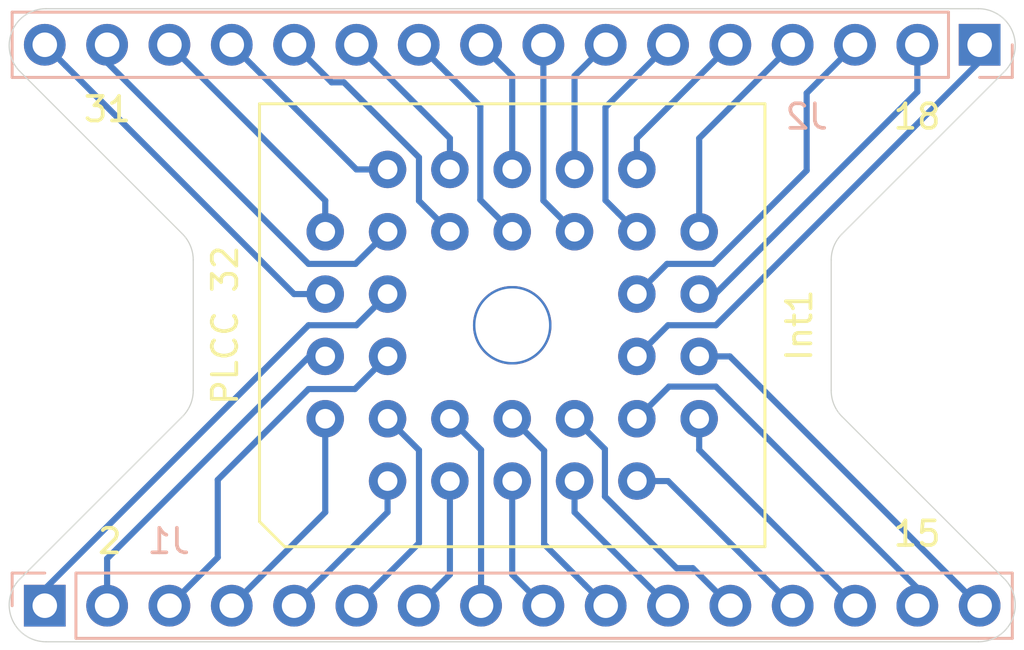
<source format=kicad_pcb>
(kicad_pcb (version 20171130) (host pcbnew 5.1.4+dfsg1-1)

  (general
    (thickness 1.6)
    (drawings 21)
    (tracks 101)
    (zones 0)
    (modules 3)
    (nets 33)
  )

  (page A4)
  (layers
    (0 F.Cu signal)
    (31 B.Cu signal)
    (32 B.Adhes user)
    (33 F.Adhes user)
    (34 B.Paste user)
    (35 F.Paste user)
    (36 B.SilkS user)
    (37 F.SilkS user)
    (38 B.Mask user)
    (39 F.Mask user)
    (40 Dwgs.User user hide)
    (41 Cmts.User user)
    (42 Eco1.User user)
    (43 Eco2.User user)
    (44 Edge.Cuts user)
    (45 Margin user)
    (46 B.CrtYd user hide)
    (47 F.CrtYd user hide)
    (48 B.Fab user)
    (49 F.Fab user)
  )

  (setup
    (last_trace_width 0.25)
    (trace_clearance 0.2)
    (zone_clearance 0.508)
    (zone_45_only no)
    (trace_min 0.2)
    (via_size 0.8)
    (via_drill 0.4)
    (via_min_size 0.4)
    (via_min_drill 0.3)
    (uvia_size 0.3)
    (uvia_drill 0.1)
    (uvias_allowed no)
    (uvia_min_size 0.2)
    (uvia_min_drill 0.1)
    (edge_width 0.05)
    (segment_width 0.2)
    (pcb_text_width 0.3)
    (pcb_text_size 1.5 1.5)
    (mod_edge_width 0.12)
    (mod_text_size 1 1)
    (mod_text_width 0.15)
    (pad_size 1.524 1.524)
    (pad_drill 0.762)
    (pad_to_mask_clearance 0.051)
    (solder_mask_min_width 0.25)
    (aux_axis_origin 0 0)
    (visible_elements FFFFFF7F)
    (pcbplotparams
      (layerselection 0x010f0_ffffffff)
      (usegerberextensions false)
      (usegerberattributes false)
      (usegerberadvancedattributes false)
      (creategerberjobfile false)
      (excludeedgelayer true)
      (linewidth 0.100000)
      (plotframeref false)
      (viasonmask false)
      (mode 1)
      (useauxorigin false)
      (hpglpennumber 1)
      (hpglpenspeed 20)
      (hpglpendiameter 15.000000)
      (psnegative false)
      (psa4output false)
      (plotreference true)
      (plotvalue false)
      (plotinvisibletext false)
      (padsonsilk false)
      (subtractmaskfromsilk false)
      (outputformat 1)
      (mirror false)
      (drillshape 0)
      (scaleselection 1)
      (outputdirectory "PLCC32-Gerbs/"))
  )

  (net 0 "")
  (net 1 "Net-(Int1-Pad32)")
  (net 2 "Net-(Int1-Pad31)")
  (net 3 "Net-(Int1-Pad30)")
  (net 4 "Net-(Int1-Pad29)")
  (net 5 "Net-(Int1-Pad28)")
  (net 6 "Net-(Int1-Pad27)")
  (net 7 "Net-(Int1-Pad26)")
  (net 8 "Net-(Int1-Pad25)")
  (net 9 "Net-(Int1-Pad24)")
  (net 10 "Net-(Int1-Pad23)")
  (net 11 "Net-(Int1-Pad22)")
  (net 12 "Net-(Int1-Pad21)")
  (net 13 "Net-(Int1-Pad20)")
  (net 14 "Net-(Int1-Pad19)")
  (net 15 "Net-(Int1-Pad18)")
  (net 16 "Net-(Int1-Pad17)")
  (net 17 "Net-(Int1-Pad16)")
  (net 18 "Net-(Int1-Pad15)")
  (net 19 "Net-(Int1-Pad14)")
  (net 20 "Net-(Int1-Pad13)")
  (net 21 "Net-(Int1-Pad12)")
  (net 22 "Net-(Int1-Pad11)")
  (net 23 "Net-(Int1-Pad10)")
  (net 24 "Net-(Int1-Pad9)")
  (net 25 "Net-(Int1-Pad8)")
  (net 26 "Net-(Int1-Pad7)")
  (net 27 "Net-(Int1-Pad6)")
  (net 28 "Net-(Int1-Pad5)")
  (net 29 "Net-(Int1-Pad4)")
  (net 30 "Net-(Int1-Pad3)")
  (net 31 "Net-(Int1-Pad2)")
  (net 32 "Net-(Int1-Pad1)")

  (net_class Default "This is the default net class."
    (clearance 0.2)
    (trace_width 0.25)
    (via_dia 0.8)
    (via_drill 0.4)
    (uvia_dia 0.3)
    (uvia_drill 0.1)
    (add_net "Net-(Int1-Pad1)")
    (add_net "Net-(Int1-Pad10)")
    (add_net "Net-(Int1-Pad11)")
    (add_net "Net-(Int1-Pad12)")
    (add_net "Net-(Int1-Pad13)")
    (add_net "Net-(Int1-Pad14)")
    (add_net "Net-(Int1-Pad15)")
    (add_net "Net-(Int1-Pad16)")
    (add_net "Net-(Int1-Pad17)")
    (add_net "Net-(Int1-Pad18)")
    (add_net "Net-(Int1-Pad19)")
    (add_net "Net-(Int1-Pad2)")
    (add_net "Net-(Int1-Pad20)")
    (add_net "Net-(Int1-Pad21)")
    (add_net "Net-(Int1-Pad22)")
    (add_net "Net-(Int1-Pad23)")
    (add_net "Net-(Int1-Pad24)")
    (add_net "Net-(Int1-Pad25)")
    (add_net "Net-(Int1-Pad26)")
    (add_net "Net-(Int1-Pad27)")
    (add_net "Net-(Int1-Pad28)")
    (add_net "Net-(Int1-Pad29)")
    (add_net "Net-(Int1-Pad3)")
    (add_net "Net-(Int1-Pad30)")
    (add_net "Net-(Int1-Pad31)")
    (add_net "Net-(Int1-Pad32)")
    (add_net "Net-(Int1-Pad4)")
    (add_net "Net-(Int1-Pad5)")
    (add_net "Net-(Int1-Pad6)")
    (add_net "Net-(Int1-Pad7)")
    (add_net "Net-(Int1-Pad8)")
    (add_net "Net-(Int1-Pad9)")
  )

  (module Connector_PinHeader_2.54mm:PinHeader_1x16_P2.54mm_Vertical (layer B.Cu) (tedit 59FED5CC) (tstamp 5F14BF1C)
    (at 119.05 88.57 90)
    (descr "Through hole straight pin header, 1x16, 2.54mm pitch, single row")
    (tags "Through hole pin header THT 1x16 2.54mm single row")
    (path /5F1C983A)
    (fp_text reference J2 (at -2.93 -7.05 180) (layer B.SilkS)
      (effects (font (size 1 1) (thickness 0.15)) (justify mirror))
    )
    (fp_text value Conn_01x16_Male (at 0 -40.43 270) (layer B.Fab) hide
      (effects (font (size 1 1) (thickness 0.15)) (justify mirror))
    )
    (fp_text user %R (at 0 -19.05) (layer B.Fab) hide
      (effects (font (size 1 1) (thickness 0.15)) (justify mirror))
    )
    (fp_line (start 1.8 1.8) (end -1.8 1.8) (layer B.CrtYd) (width 0.05))
    (fp_line (start 1.8 -39.9) (end 1.8 1.8) (layer B.CrtYd) (width 0.05))
    (fp_line (start -1.8 -39.9) (end 1.8 -39.9) (layer B.CrtYd) (width 0.05))
    (fp_line (start -1.8 1.8) (end -1.8 -39.9) (layer B.CrtYd) (width 0.05))
    (fp_line (start -1.33 1.33) (end 0 1.33) (layer B.SilkS) (width 0.12))
    (fp_line (start -1.33 0) (end -1.33 1.33) (layer B.SilkS) (width 0.12))
    (fp_line (start -1.33 -1.27) (end 1.33 -1.27) (layer B.SilkS) (width 0.12))
    (fp_line (start 1.33 -1.27) (end 1.33 -39.43) (layer B.SilkS) (width 0.12))
    (fp_line (start -1.33 -1.27) (end -1.33 -39.43) (layer B.SilkS) (width 0.12))
    (fp_line (start -1.33 -39.43) (end 1.33 -39.43) (layer B.SilkS) (width 0.12))
    (fp_line (start -1.27 0.635) (end -0.635 1.27) (layer B.Fab) (width 0.1))
    (fp_line (start -1.27 -39.37) (end -1.27 0.635) (layer B.Fab) (width 0.1))
    (fp_line (start 1.27 -39.37) (end -1.27 -39.37) (layer B.Fab) (width 0.1))
    (fp_line (start 1.27 1.27) (end 1.27 -39.37) (layer B.Fab) (width 0.1))
    (fp_line (start -0.635 1.27) (end 1.27 1.27) (layer B.Fab) (width 0.1))
    (pad 16 thru_hole oval (at 0 -38.1 90) (size 1.7 1.7) (drill 1) (layers *.Cu *.Mask)
      (net 1 "Net-(Int1-Pad32)"))
    (pad 15 thru_hole oval (at 0 -35.56 90) (size 1.7 1.7) (drill 1) (layers *.Cu *.Mask)
      (net 2 "Net-(Int1-Pad31)"))
    (pad 14 thru_hole oval (at 0 -33.02 90) (size 1.7 1.7) (drill 1) (layers *.Cu *.Mask)
      (net 3 "Net-(Int1-Pad30)"))
    (pad 13 thru_hole oval (at 0 -30.48 90) (size 1.7 1.7) (drill 1) (layers *.Cu *.Mask)
      (net 4 "Net-(Int1-Pad29)"))
    (pad 12 thru_hole oval (at 0 -27.94 90) (size 1.7 1.7) (drill 1) (layers *.Cu *.Mask)
      (net 5 "Net-(Int1-Pad28)"))
    (pad 11 thru_hole oval (at 0 -25.4 90) (size 1.7 1.7) (drill 1) (layers *.Cu *.Mask)
      (net 6 "Net-(Int1-Pad27)"))
    (pad 10 thru_hole oval (at 0 -22.86 90) (size 1.7 1.7) (drill 1) (layers *.Cu *.Mask)
      (net 7 "Net-(Int1-Pad26)"))
    (pad 9 thru_hole oval (at 0 -20.32 90) (size 1.7 1.7) (drill 1) (layers *.Cu *.Mask)
      (net 8 "Net-(Int1-Pad25)"))
    (pad 8 thru_hole oval (at 0 -17.78 90) (size 1.7 1.7) (drill 1) (layers *.Cu *.Mask)
      (net 9 "Net-(Int1-Pad24)"))
    (pad 7 thru_hole oval (at 0 -15.24 90) (size 1.7 1.7) (drill 1) (layers *.Cu *.Mask)
      (net 10 "Net-(Int1-Pad23)"))
    (pad 6 thru_hole oval (at 0 -12.7 90) (size 1.7 1.7) (drill 1) (layers *.Cu *.Mask)
      (net 11 "Net-(Int1-Pad22)"))
    (pad 5 thru_hole oval (at 0 -10.16 90) (size 1.7 1.7) (drill 1) (layers *.Cu *.Mask)
      (net 12 "Net-(Int1-Pad21)"))
    (pad 4 thru_hole oval (at 0 -7.62 90) (size 1.7 1.7) (drill 1) (layers *.Cu *.Mask)
      (net 13 "Net-(Int1-Pad20)"))
    (pad 3 thru_hole oval (at 0 -5.08 90) (size 1.7 1.7) (drill 1) (layers *.Cu *.Mask)
      (net 14 "Net-(Int1-Pad19)"))
    (pad 2 thru_hole oval (at 0 -2.54 90) (size 1.7 1.7) (drill 1) (layers *.Cu *.Mask)
      (net 15 "Net-(Int1-Pad18)"))
    (pad 1 thru_hole rect (at 0 0 90) (size 1.7 1.7) (drill 1) (layers *.Cu *.Mask)
      (net 16 "Net-(Int1-Pad17)"))
    (model ${KISYS3DMOD}/Connector_PinHeader_2.54mm.3dshapes/PinHeader_1x16_P2.54mm_Vertical.wrl
      (at (xyz 0 0 0))
      (scale (xyz 1 1 1))
      (rotate (xyz 0 0 0))
    )
  )

  (module Connector_PinHeader_2.54mm:PinHeader_1x16_P2.54mm_Vertical (layer B.Cu) (tedit 59FED5CC) (tstamp 5F187C78)
    (at 80.95 111.43 270)
    (descr "Through hole straight pin header, 1x16, 2.54mm pitch, single row")
    (tags "Through hole pin header THT 1x16 2.54mm single row")
    (path /5F1C855B)
    (fp_text reference J1 (at -2.63 -5.05 180) (layer B.SilkS)
      (effects (font (size 1 1) (thickness 0.15)) (justify mirror))
    )
    (fp_text value Conn_01x16_Male (at 0 -40.43 270) (layer B.Fab) hide
      (effects (font (size 1 1) (thickness 0.15)) (justify mirror))
    )
    (fp_text user %R (at 0 -19.05) (layer B.Fab) hide
      (effects (font (size 1 1) (thickness 0.15)) (justify mirror))
    )
    (fp_line (start 1.8 1.8) (end -1.8 1.8) (layer B.CrtYd) (width 0.05))
    (fp_line (start 1.8 -39.9) (end 1.8 1.8) (layer B.CrtYd) (width 0.05))
    (fp_line (start -1.8 -39.9) (end 1.8 -39.9) (layer B.CrtYd) (width 0.05))
    (fp_line (start -1.8 1.8) (end -1.8 -39.9) (layer B.CrtYd) (width 0.05))
    (fp_line (start -1.33 1.33) (end 0 1.33) (layer B.SilkS) (width 0.12))
    (fp_line (start -1.33 0) (end -1.33 1.33) (layer B.SilkS) (width 0.12))
    (fp_line (start -1.33 -1.27) (end 1.33 -1.27) (layer B.SilkS) (width 0.12))
    (fp_line (start 1.33 -1.27) (end 1.33 -39.43) (layer B.SilkS) (width 0.12))
    (fp_line (start -1.33 -1.27) (end -1.33 -39.43) (layer B.SilkS) (width 0.12))
    (fp_line (start -1.33 -39.43) (end 1.33 -39.43) (layer B.SilkS) (width 0.12))
    (fp_line (start -1.27 0.635) (end -0.635 1.27) (layer B.Fab) (width 0.1))
    (fp_line (start -1.27 -39.37) (end -1.27 0.635) (layer B.Fab) (width 0.1))
    (fp_line (start 1.27 -39.37) (end -1.27 -39.37) (layer B.Fab) (width 0.1))
    (fp_line (start 1.27 1.27) (end 1.27 -39.37) (layer B.Fab) (width 0.1))
    (fp_line (start -0.635 1.27) (end 1.27 1.27) (layer B.Fab) (width 0.1))
    (pad 16 thru_hole oval (at 0 -38.1 270) (size 1.7 1.7) (drill 1) (layers *.Cu *.Mask)
      (net 17 "Net-(Int1-Pad16)"))
    (pad 15 thru_hole oval (at 0 -35.56 270) (size 1.7 1.7) (drill 1) (layers *.Cu *.Mask)
      (net 18 "Net-(Int1-Pad15)"))
    (pad 14 thru_hole oval (at 0 -33.02 270) (size 1.7 1.7) (drill 1) (layers *.Cu *.Mask)
      (net 19 "Net-(Int1-Pad14)"))
    (pad 13 thru_hole oval (at 0 -30.48 270) (size 1.7 1.7) (drill 1) (layers *.Cu *.Mask)
      (net 20 "Net-(Int1-Pad13)"))
    (pad 12 thru_hole oval (at 0 -27.94 270) (size 1.7 1.7) (drill 1) (layers *.Cu *.Mask)
      (net 21 "Net-(Int1-Pad12)"))
    (pad 11 thru_hole oval (at 0 -25.4 270) (size 1.7 1.7) (drill 1) (layers *.Cu *.Mask)
      (net 22 "Net-(Int1-Pad11)"))
    (pad 10 thru_hole oval (at 0 -22.86 270) (size 1.7 1.7) (drill 1) (layers *.Cu *.Mask)
      (net 23 "Net-(Int1-Pad10)"))
    (pad 9 thru_hole oval (at 0 -20.32 270) (size 1.7 1.7) (drill 1) (layers *.Cu *.Mask)
      (net 24 "Net-(Int1-Pad9)"))
    (pad 8 thru_hole oval (at 0 -17.78 270) (size 1.7 1.7) (drill 1) (layers *.Cu *.Mask)
      (net 25 "Net-(Int1-Pad8)"))
    (pad 7 thru_hole oval (at 0 -15.24 270) (size 1.7 1.7) (drill 1) (layers *.Cu *.Mask)
      (net 26 "Net-(Int1-Pad7)"))
    (pad 6 thru_hole oval (at 0 -12.7 270) (size 1.7 1.7) (drill 1) (layers *.Cu *.Mask)
      (net 27 "Net-(Int1-Pad6)"))
    (pad 5 thru_hole oval (at 0 -10.16 270) (size 1.7 1.7) (drill 1) (layers *.Cu *.Mask)
      (net 28 "Net-(Int1-Pad5)"))
    (pad 4 thru_hole oval (at 0 -7.62 270) (size 1.7 1.7) (drill 1) (layers *.Cu *.Mask)
      (net 29 "Net-(Int1-Pad4)"))
    (pad 3 thru_hole oval (at 0 -5.08 270) (size 1.7 1.7) (drill 1) (layers *.Cu *.Mask)
      (net 30 "Net-(Int1-Pad3)"))
    (pad 2 thru_hole oval (at 0 -2.54 270) (size 1.7 1.7) (drill 1) (layers *.Cu *.Mask)
      (net 31 "Net-(Int1-Pad2)"))
    (pad 1 thru_hole rect (at 0 0 270) (size 1.7 1.7) (drill 1) (layers *.Cu *.Mask)
      (net 32 "Net-(Int1-Pad1)"))
    (model ${KISYS3DMOD}/Connector_PinHeader_2.54mm.3dshapes/PinHeader_1x16_P2.54mm_Vertical.wrl
      (at (xyz 0 0 0))
      (scale (xyz 1 1 1))
      (rotate (xyz 0 0 0))
    )
  )

  (module Socket:PLCC-Socket-32 (layer F.Cu) (tedit 5F1413DD) (tstamp 5F14C7B7)
    (at 100 100 90)
    (descr "ASSMANN 32-pin PLCC socket, through-hole, http://www.assmann-wsw.com/fileadmin/datasheets/ASS_7007_CO.pdf")
    (tags "THT PLCC Socket")
    (path /5F1CBDEB)
    (fp_text reference Int1 (at 0 11.7 90) (layer F.SilkS)
      (effects (font (size 1 1) (thickness 0.15)))
    )
    (fp_text value 32-pin-Interface (at 0 -9.2 90) (layer F.Fab) hide
      (effects (font (size 1 1) (thickness 0.15)))
    )
    (fp_line (start 3.81 -5.08) (end -3.81 -5.08) (layer Dwgs.User) (width 0.12))
    (fp_line (start 3.81 5.08) (end 3.81 -5.08) (layer Dwgs.User) (width 0.12))
    (fp_line (start -3.81 5.08) (end 3.81 5.08) (layer Dwgs.User) (width 0.12))
    (fp_line (start -3.81 -5.08) (end -3.81 5.08) (layer Dwgs.User) (width 0.12))
    (fp_line (start -8 -10.3) (end -9.025 -9.275) (layer F.SilkS) (width 0.12))
    (fp_line (start 9.025 10.3) (end 9.025 -10.3) (layer F.SilkS) (width 0.12))
    (fp_line (start -9.025 10.3) (end 9.025 10.3) (layer F.SilkS) (width 0.12))
    (fp_line (start -9.025 -9.275) (end -9.025 10.3) (layer F.SilkS) (width 0.12))
    (fp_line (start 9.025 -10.3) (end -8 -10.3) (layer F.SilkS) (width 0.12))
    (pad "" np_thru_hole circle (at 0 0 90) (size 3.2 3.2) (drill 3) (layers *.Cu *.Mask))
    (pad 32 thru_hole circle (at 1.27 -7.62 90) (size 1.524 1.524) (drill 0.8) (layers *.Cu *.Mask)
      (net 1 "Net-(Int1-Pad32)"))
    (pad 31 thru_hole circle (at 3.81 -5.08 90) (size 1.524 1.524) (drill 0.8) (layers *.Cu *.Mask)
      (net 2 "Net-(Int1-Pad31)"))
    (pad 30 thru_hole circle (at 3.81 -7.62 90) (size 1.524 1.524) (drill 0.8) (layers *.Cu *.Mask)
      (net 3 "Net-(Int1-Pad30)"))
    (pad 29 thru_hole circle (at 6.35 -5.08 90) (size 1.524 1.524) (drill 0.8) (layers *.Cu *.Mask)
      (net 4 "Net-(Int1-Pad29)"))
    (pad 28 thru_hole circle (at 3.81 -2.54 90) (size 1.524 1.524) (drill 0.8) (layers *.Cu *.Mask)
      (net 5 "Net-(Int1-Pad28)"))
    (pad 27 thru_hole circle (at 6.35 -2.54 90) (size 1.524 1.524) (drill 0.8) (layers *.Cu *.Mask)
      (net 6 "Net-(Int1-Pad27)"))
    (pad 26 thru_hole circle (at 3.81 0 90) (size 1.524 1.524) (drill 0.8) (layers *.Cu *.Mask)
      (net 7 "Net-(Int1-Pad26)"))
    (pad 25 thru_hole circle (at 6.35 0 90) (size 1.524 1.524) (drill 0.8) (layers *.Cu *.Mask)
      (net 8 "Net-(Int1-Pad25)"))
    (pad 24 thru_hole circle (at 3.81 2.54 90) (size 1.524 1.524) (drill 0.8) (layers *.Cu *.Mask)
      (net 9 "Net-(Int1-Pad24)"))
    (pad 23 thru_hole circle (at 6.35 2.54 90) (size 1.524 1.524) (drill 0.8) (layers *.Cu *.Mask)
      (net 10 "Net-(Int1-Pad23)"))
    (pad 22 thru_hole circle (at 3.81 5.08 90) (size 1.524 1.524) (drill 0.8) (layers *.Cu *.Mask)
      (net 11 "Net-(Int1-Pad22)"))
    (pad 21 thru_hole circle (at 6.35 5.08 90) (size 1.524 1.524) (drill 0.8) (layers *.Cu *.Mask)
      (net 12 "Net-(Int1-Pad21)"))
    (pad 20 thru_hole circle (at 3.81 7.62 90) (size 1.524 1.524) (drill 0.8) (layers *.Cu *.Mask)
      (net 13 "Net-(Int1-Pad20)"))
    (pad 19 thru_hole circle (at 1.27 5.08 90) (size 1.524 1.524) (drill 0.8) (layers *.Cu *.Mask)
      (net 14 "Net-(Int1-Pad19)"))
    (pad 18 thru_hole circle (at 1.27 7.62 90) (size 1.524 1.524) (drill 0.8) (layers *.Cu *.Mask)
      (net 15 "Net-(Int1-Pad18)"))
    (pad 17 thru_hole circle (at -1.27 5.08 90) (size 1.524 1.524) (drill 0.8) (layers *.Cu *.Mask)
      (net 16 "Net-(Int1-Pad17)"))
    (pad 16 thru_hole circle (at -1.27 7.62 90) (size 1.524 1.524) (drill 0.8) (layers *.Cu *.Mask)
      (net 17 "Net-(Int1-Pad16)"))
    (pad 15 thru_hole circle (at -3.81 5.08 90) (size 1.524 1.524) (drill 0.8) (layers *.Cu *.Mask)
      (net 18 "Net-(Int1-Pad15)"))
    (pad 14 thru_hole circle (at -3.81 7.62 90) (size 1.524 1.524) (drill 0.8) (layers *.Cu *.Mask)
      (net 19 "Net-(Int1-Pad14)"))
    (pad 13 thru_hole circle (at -6.35 5.08 90) (size 1.524 1.524) (drill 0.8) (layers *.Cu *.Mask)
      (net 20 "Net-(Int1-Pad13)"))
    (pad 12 thru_hole circle (at -3.81 2.54 90) (size 1.524 1.524) (drill 0.8) (layers *.Cu *.Mask)
      (net 21 "Net-(Int1-Pad12)"))
    (pad 11 thru_hole circle (at -6.35 2.54 90) (size 1.524 1.524) (drill 0.8) (layers *.Cu *.Mask)
      (net 22 "Net-(Int1-Pad11)"))
    (pad 10 thru_hole circle (at -3.81 0 90) (size 1.524 1.524) (drill 0.8) (layers *.Cu *.Mask)
      (net 23 "Net-(Int1-Pad10)"))
    (pad 9 thru_hole circle (at -6.35 0 90) (size 1.524 1.524) (drill 0.8) (layers *.Cu *.Mask)
      (net 24 "Net-(Int1-Pad9)"))
    (pad 8 thru_hole circle (at -3.81 -2.54 90) (size 1.524 1.524) (drill 0.8) (layers *.Cu *.Mask)
      (net 25 "Net-(Int1-Pad8)"))
    (pad 7 thru_hole circle (at -6.35 -2.54 90) (size 1.524 1.524) (drill 0.8) (layers *.Cu *.Mask)
      (net 26 "Net-(Int1-Pad7)"))
    (pad 6 thru_hole circle (at -3.81 -5.08 90) (size 1.524 1.524) (drill 0.8) (layers *.Cu *.Mask)
      (net 27 "Net-(Int1-Pad6)"))
    (pad 5 thru_hole circle (at -6.35 -5.08 90) (size 1.524 1.524) (drill 0.8) (layers *.Cu *.Mask)
      (net 28 "Net-(Int1-Pad5)"))
    (pad 4 thru_hole circle (at -3.81 -7.62 90) (size 1.524 1.524) (drill 0.8) (layers *.Cu *.Mask)
      (net 29 "Net-(Int1-Pad4)"))
    (pad 3 thru_hole circle (at -1.27 -5.08 90) (size 1.524 1.524) (drill 0.8) (layers *.Cu *.Mask)
      (net 30 "Net-(Int1-Pad3)"))
    (pad 2 thru_hole circle (at -1.27 -7.62 90) (size 1.524 1.524) (drill 0.8) (layers *.Cu *.Mask)
      (net 31 "Net-(Int1-Pad2)"))
    (pad 1 thru_hole circle (at 1.27 -5.08 90) (size 1.524 1.524) (drill 0.8) (layers *.Cu *.Mask)
      (net 32 "Net-(Int1-Pad1)"))
  )

  (gr_arc (start 114.5 97.34) (end 113 97.34) (angle 45) (layer Edge.Cuts) (width 0.05) (tstamp 5F18FBCB))
  (gr_arc (start 114.5 102.66) (end 113 102.66) (angle -45) (layer Edge.Cuts) (width 0.05))
  (gr_arc (start 85.5 97.34) (end 87 97.34) (angle -45) (layer Edge.Cuts) (width 0.05))
  (gr_arc (start 85.5 102.66) (end 87 102.66) (angle 45) (layer Edge.Cuts) (width 0.05))
  (gr_line (start 81 112.9) (end 119 112.9) (layer Edge.Cuts) (width 0.05) (tstamp 5F14C8E1))
  (gr_line (start 79.93934 110.33934) (end 86.56066 103.72066) (layer Edge.Cuts) (width 0.05))
  (gr_line (start 87 97.34) (end 87 102.66) (layer Edge.Cuts) (width 0.05))
  (gr_line (start 79.93934 89.66066) (end 86.56066 96.27934) (layer Edge.Cuts) (width 0.05))
  (gr_line (start 113.43934 96.27934) (end 120.06066 89.66066) (layer Edge.Cuts) (width 0.05))
  (gr_line (start 113 102.66) (end 113 97.34) (layer Edge.Cuts) (width 0.05))
  (gr_line (start 113.43934 103.72066) (end 120.06066 110.33934) (layer Edge.Cuts) (width 0.05))
  (gr_line (start 81 87.1) (end 119 87.1) (layer Edge.Cuts) (width 0.05) (tstamp 5F14C8D7))
  (gr_arc (start 81 111.4) (end 81 112.9) (angle 135) (layer Edge.Cuts) (width 0.05))
  (gr_arc (start 119 111.4) (end 119 112.9) (angle -135) (layer Edge.Cuts) (width 0.05))
  (gr_arc (start 119 88.6) (end 119 87.1) (angle 135) (layer Edge.Cuts) (width 0.05))
  (gr_arc (start 81 88.6) (end 81 87.1) (angle -135) (layer Edge.Cuts) (width 0.05))
  (gr_text "PLCC 32" (at 88.3 100 90) (layer F.SilkS)
    (effects (font (size 1 1) (thickness 0.15)))
  )
  (gr_text 31 (at 83.5 91.2) (layer F.SilkS) (tstamp 5F14C81E)
    (effects (font (size 1 1) (thickness 0.15)))
  )
  (gr_text 18 (at 116.5 91.5) (layer F.SilkS)
    (effects (font (size 1 1) (thickness 0.15)))
  )
  (gr_text 15 (at 116.5 108.5) (layer F.SilkS)
    (effects (font (size 1 1) (thickness 0.15)))
  )
  (gr_text 2 (at 83.6 108.8) (layer F.SilkS)
    (effects (font (size 1 1) (thickness 0.15)))
  )

  (segment (start 81.799999 89.419999) (end 80.95 88.57) (width 0.25) (layer B.Cu) (net 1))
  (segment (start 92.38 98.73) (end 91.11 98.73) (width 0.25) (layer B.Cu) (net 1))
  (segment (start 91.11 98.73) (end 81.799999 89.419999) (width 0.25) (layer B.Cu) (net 1))
  (segment (start 83.49 89.29) (end 83.49 88.57) (width 0.25) (layer B.Cu) (net 2))
  (segment (start 94.92 96.19) (end 93.61 97.5) (width 0.25) (layer B.Cu) (net 2))
  (segment (start 91.7 97.5) (end 83.49 89.29) (width 0.25) (layer B.Cu) (net 2))
  (segment (start 93.61 97.5) (end 91.7 97.5) (width 0.25) (layer B.Cu) (net 2))
  (segment (start 92.38 94.92) (end 86.03 88.57) (width 0.25) (layer B.Cu) (net 3))
  (segment (start 92.38 96.19) (end 92.38 94.92) (width 0.25) (layer B.Cu) (net 3))
  (segment (start 89.419999 89.419999) (end 88.57 88.57) (width 0.25) (layer B.Cu) (net 4))
  (segment (start 94.92 93.65) (end 93.65 93.65) (width 0.25) (layer B.Cu) (net 4))
  (segment (start 93.65 93.65) (end 89.419999 89.419999) (width 0.25) (layer B.Cu) (net 4))
  (segment (start 92.64 90.1) (end 91.11 88.57) (width 0.25) (layer B.Cu) (net 5))
  (segment (start 93.139381 90.1) (end 92.64 90.1) (width 0.25) (layer B.Cu) (net 5))
  (segment (start 96.2 93.160619) (end 93.139381 90.1) (width 0.25) (layer B.Cu) (net 5))
  (segment (start 97.46 96.19) (end 96.2 94.93) (width 0.25) (layer B.Cu) (net 5))
  (segment (start 96.2 94.93) (end 96.2 93.160619) (width 0.25) (layer B.Cu) (net 5))
  (segment (start 97.46 92.38) (end 93.65 88.57) (width 0.25) (layer B.Cu) (net 6))
  (segment (start 97.46 93.65) (end 97.46 92.38) (width 0.25) (layer B.Cu) (net 6))
  (segment (start 98.7 91.08) (end 97.039999 89.419999) (width 0.25) (layer B.Cu) (net 7))
  (segment (start 97.039999 89.419999) (end 96.19 88.57) (width 0.25) (layer B.Cu) (net 7))
  (segment (start 100 96.19) (end 98.7 94.89) (width 0.25) (layer B.Cu) (net 7))
  (segment (start 98.7 94.89) (end 98.7 91.08) (width 0.25) (layer B.Cu) (net 7))
  (segment (start 100 89.84) (end 98.73 88.57) (width 0.25) (layer B.Cu) (net 8))
  (segment (start 100 93.65) (end 100 89.84) (width 0.25) (layer B.Cu) (net 8))
  (segment (start 101.27 94.92) (end 102.54 96.19) (width 0.25) (layer B.Cu) (net 9))
  (segment (start 101.27 88.57) (end 101.27 94.92) (width 0.25) (layer B.Cu) (net 9))
  (segment (start 102.54 89.84) (end 102.54 93.65) (width 0.25) (layer B.Cu) (net 10))
  (segment (start 103.81 88.57) (end 102.54 89.84) (width 0.25) (layer B.Cu) (net 10))
  (segment (start 103.8 94.91) (end 104.318001 95.428001) (width 0.25) (layer B.Cu) (net 11))
  (segment (start 104.318001 95.428001) (end 105.08 96.19) (width 0.25) (layer B.Cu) (net 11))
  (segment (start 106.35 88.57) (end 103.8 91.12) (width 0.25) (layer B.Cu) (net 11))
  (segment (start 103.8 91.12) (end 103.8 94.91) (width 0.25) (layer B.Cu) (net 11))
  (segment (start 105.08 92.38) (end 105.08 93.65) (width 0.25) (layer B.Cu) (net 12))
  (segment (start 108.89 88.57) (end 105.08 92.38) (width 0.25) (layer B.Cu) (net 12))
  (segment (start 107.62 92.38) (end 111.43 88.57) (width 0.25) (layer B.Cu) (net 13))
  (segment (start 107.62 96.19) (end 107.62 92.38) (width 0.25) (layer B.Cu) (net 13))
  (segment (start 105.841999 97.968001) (end 105.08 98.73) (width 0.25) (layer B.Cu) (net 14))
  (segment (start 112 90.54) (end 112 93.69238) (width 0.25) (layer B.Cu) (net 14))
  (segment (start 112 93.69238) (end 108.19238 97.5) (width 0.25) (layer B.Cu) (net 14))
  (segment (start 108.19238 97.5) (end 106.31 97.5) (width 0.25) (layer B.Cu) (net 14))
  (segment (start 113.97 88.57) (end 112 90.54) (width 0.25) (layer B.Cu) (net 14))
  (segment (start 106.31 97.5) (end 105.841999 97.968001) (width 0.25) (layer B.Cu) (net 14))
  (segment (start 116.51 89.772081) (end 116.51 88.57) (width 0.25) (layer B.Cu) (net 15))
  (segment (start 116.51 90.49) (end 116.51 89.772081) (width 0.25) (layer B.Cu) (net 15))
  (segment (start 107.62 98.73) (end 108.27 98.73) (width 0.25) (layer B.Cu) (net 15))
  (segment (start 108.27 98.73) (end 116.51 90.49) (width 0.25) (layer B.Cu) (net 15))
  (segment (start 105.841999 100.508001) (end 105.08 101.27) (width 0.25) (layer B.Cu) (net 16))
  (segment (start 108.3 100) (end 106.35 100) (width 0.25) (layer B.Cu) (net 16))
  (segment (start 106.35 100) (end 105.841999 100.508001) (width 0.25) (layer B.Cu) (net 16))
  (segment (start 119.05 88.57) (end 119.05 89.25) (width 0.25) (layer B.Cu) (net 16))
  (segment (start 119.05 89.25) (end 108.3 100) (width 0.25) (layer B.Cu) (net 16))
  (segment (start 119.03 111.43) (end 119.05 111.43) (width 0.25) (layer B.Cu) (net 17))
  (segment (start 107.62 101.27) (end 108.87 101.27) (width 0.25) (layer B.Cu) (net 17))
  (segment (start 108.87 101.27) (end 119.03 111.43) (width 0.25) (layer B.Cu) (net 17))
  (segment (start 106.39 102.5) (end 108.3 102.5) (width 0.25) (layer B.Cu) (net 18))
  (segment (start 108.3 102.5) (end 116.51 110.71) (width 0.25) (layer B.Cu) (net 18))
  (segment (start 116.51 110.71) (end 116.51 111.43) (width 0.25) (layer B.Cu) (net 18))
  (segment (start 105.08 103.81) (end 106.39 102.5) (width 0.25) (layer B.Cu) (net 18))
  (segment (start 107.62 105.08) (end 113.97 111.43) (width 0.25) (layer B.Cu) (net 19))
  (segment (start 107.62 103.81) (end 107.62 105.08) (width 0.25) (layer B.Cu) (net 19))
  (segment (start 110.580001 110.580001) (end 111.43 111.43) (width 0.25) (layer B.Cu) (net 20))
  (segment (start 105.08 106.35) (end 106.35 106.35) (width 0.25) (layer B.Cu) (net 20))
  (segment (start 106.35 106.35) (end 110.580001 110.580001) (width 0.25) (layer B.Cu) (net 20))
  (segment (start 106.7 109.9) (end 107.36 109.9) (width 0.25) (layer B.Cu) (net 21))
  (segment (start 103.778205 106.978205) (end 106.7 109.9) (width 0.25) (layer B.Cu) (net 21))
  (segment (start 107.36 109.9) (end 108.89 111.43) (width 0.25) (layer B.Cu) (net 21))
  (segment (start 102.54 103.81) (end 103.778205 105.048205) (width 0.25) (layer B.Cu) (net 21))
  (segment (start 103.778205 105.048205) (end 103.778205 106.978205) (width 0.25) (layer B.Cu) (net 21))
  (segment (start 102.54 107.62) (end 106.35 111.43) (width 0.25) (layer B.Cu) (net 22))
  (segment (start 102.54 106.35) (end 102.54 107.62) (width 0.25) (layer B.Cu) (net 22))
  (segment (start 102.960001 110.580001) (end 103.81 111.43) (width 0.25) (layer B.Cu) (net 23))
  (segment (start 101.3 108.92) (end 102.960001 110.580001) (width 0.25) (layer B.Cu) (net 23))
  (segment (start 100 103.81) (end 101.3 105.11) (width 0.25) (layer B.Cu) (net 23))
  (segment (start 101.3 105.11) (end 101.3 108.92) (width 0.25) (layer B.Cu) (net 23))
  (segment (start 100 110.16) (end 101.27 111.43) (width 0.25) (layer B.Cu) (net 24))
  (segment (start 100 106.35) (end 100 110.16) (width 0.25) (layer B.Cu) (net 24))
  (segment (start 98.73 105.08) (end 98.73 111.43) (width 0.25) (layer B.Cu) (net 25))
  (segment (start 97.46 103.81) (end 98.73 105.08) (width 0.25) (layer B.Cu) (net 25))
  (segment (start 97.46 110.16) (end 96.19 111.43) (width 0.25) (layer B.Cu) (net 26))
  (segment (start 97.46 106.35) (end 97.46 110.16) (width 0.25) (layer B.Cu) (net 26))
  (segment (start 94.499999 110.580001) (end 93.65 111.43) (width 0.25) (layer B.Cu) (net 27))
  (segment (start 96.2 108.88) (end 94.499999 110.580001) (width 0.25) (layer B.Cu) (net 27))
  (segment (start 94.92 103.81) (end 96.2 105.09) (width 0.25) (layer B.Cu) (net 27))
  (segment (start 96.2 105.09) (end 96.2 108.88) (width 0.25) (layer B.Cu) (net 27))
  (segment (start 94.92 107.62) (end 91.11 111.43) (width 0.25) (layer B.Cu) (net 28))
  (segment (start 94.92 106.35) (end 94.92 107.62) (width 0.25) (layer B.Cu) (net 28))
  (segment (start 92.38 107.62) (end 88.57 111.43) (width 0.25) (layer B.Cu) (net 29))
  (segment (start 92.38 103.81) (end 92.38 107.62) (width 0.25) (layer B.Cu) (net 29))
  (segment (start 88 106.3) (end 88 109.46) (width 0.25) (layer B.Cu) (net 30))
  (segment (start 91.7 102.6) (end 88 106.3) (width 0.25) (layer B.Cu) (net 30))
  (segment (start 88 109.46) (end 86.03 111.43) (width 0.25) (layer B.Cu) (net 30))
  (segment (start 94.92 101.27) (end 93.59 102.6) (width 0.25) (layer B.Cu) (net 30))
  (segment (start 93.59 102.6) (end 91.7 102.6) (width 0.25) (layer B.Cu) (net 30))
  (segment (start 83.49 109.51) (end 83.49 111.43) (width 0.25) (layer B.Cu) (net 31))
  (segment (start 92.38 101.27) (end 91.73 101.27) (width 0.25) (layer B.Cu) (net 31))
  (segment (start 91.73 101.27) (end 83.49 109.51) (width 0.25) (layer B.Cu) (net 31))
  (segment (start 91.7 100) (end 80.95 110.75) (width 0.25) (layer B.Cu) (net 32))
  (segment (start 80.95 110.75) (end 80.95 111.43) (width 0.25) (layer B.Cu) (net 32) (tstamp 5F187C0A))
  (segment (start 94.92 98.73) (end 93.65 100) (width 0.25) (layer B.Cu) (net 32))
  (segment (start 93.65 100) (end 91.7 100) (width 0.25) (layer B.Cu) (net 32))

)

</source>
